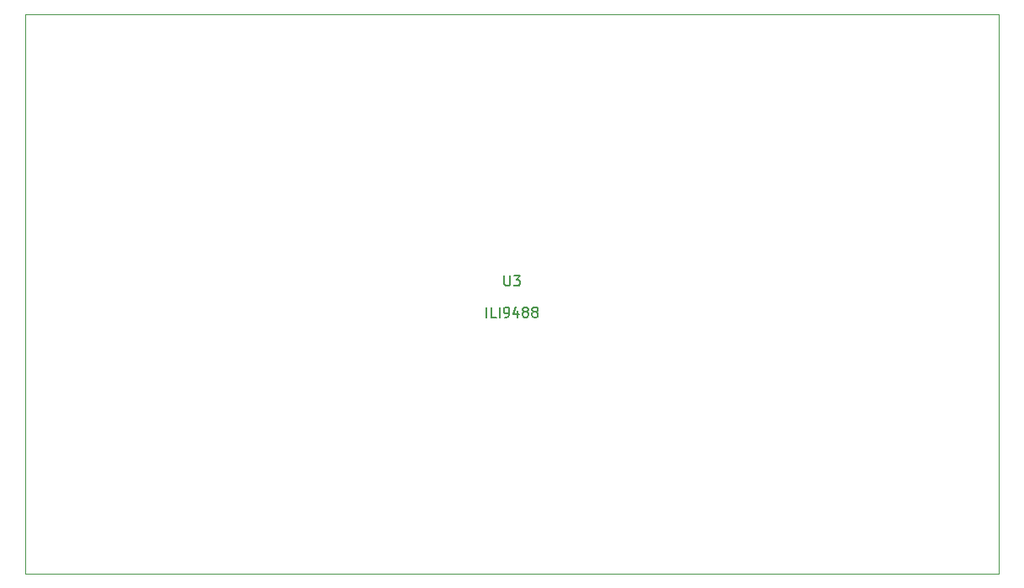
<source format=gbr>
%TF.GenerationSoftware,KiCad,Pcbnew,(5.1.12)-1*%
%TF.CreationDate,2022-08-08T15:47:42+09:00*%
%TF.ProjectId,LCD_module,4c43445f-6d6f-4647-956c-652e6b696361,rev?*%
%TF.SameCoordinates,Original*%
%TF.FileFunction,Legend,Top*%
%TF.FilePolarity,Positive*%
%FSLAX46Y46*%
G04 Gerber Fmt 4.6, Leading zero omitted, Abs format (unit mm)*
G04 Created by KiCad (PCBNEW (5.1.12)-1) date 2022-08-08 15:47:42*
%MOMM*%
%LPD*%
G01*
G04 APERTURE LIST*
%ADD10C,0.120000*%
%ADD11C,0.150000*%
G04 APERTURE END LIST*
D10*
%TO.C,U3*%
X102825001Y-115225001D02*
X102825001Y-87055001D01*
X151825001Y-115225001D02*
X102825001Y-115225001D01*
X200825001Y-87055001D02*
X200825001Y-58885001D01*
X151825001Y-58885001D02*
X200825001Y-58885001D01*
X200825001Y-87055001D02*
X200825001Y-115225001D01*
X102825001Y-87055001D02*
X102825001Y-58885001D01*
X151825001Y-58885001D02*
X102825001Y-58885001D01*
X151825001Y-115225001D02*
X200825001Y-115225001D01*
D11*
X151063096Y-85237381D02*
X151063096Y-86046905D01*
X151110715Y-86142143D01*
X151158334Y-86189762D01*
X151253572Y-86237381D01*
X151444048Y-86237381D01*
X151539286Y-86189762D01*
X151586905Y-86142143D01*
X151634524Y-86046905D01*
X151634524Y-85237381D01*
X152015477Y-85237381D02*
X152634524Y-85237381D01*
X152301191Y-85618334D01*
X152444048Y-85618334D01*
X152539286Y-85665953D01*
X152586905Y-85713572D01*
X152634524Y-85808810D01*
X152634524Y-86046905D01*
X152586905Y-86142143D01*
X152539286Y-86189762D01*
X152444048Y-86237381D01*
X152158334Y-86237381D01*
X152063096Y-86189762D01*
X152015477Y-86142143D01*
X149277381Y-89412381D02*
X149277381Y-88412381D01*
X150229762Y-89412381D02*
X149753572Y-89412381D01*
X149753572Y-88412381D01*
X150563096Y-89412381D02*
X150563096Y-88412381D01*
X151086905Y-89412381D02*
X151277381Y-89412381D01*
X151372620Y-89364762D01*
X151420239Y-89317143D01*
X151515477Y-89174286D01*
X151563096Y-88983810D01*
X151563096Y-88602858D01*
X151515477Y-88507620D01*
X151467858Y-88460001D01*
X151372620Y-88412381D01*
X151182143Y-88412381D01*
X151086905Y-88460001D01*
X151039286Y-88507620D01*
X150991667Y-88602858D01*
X150991667Y-88840953D01*
X151039286Y-88936191D01*
X151086905Y-88983810D01*
X151182143Y-89031429D01*
X151372620Y-89031429D01*
X151467858Y-88983810D01*
X151515477Y-88936191D01*
X151563096Y-88840953D01*
X152420239Y-88745715D02*
X152420239Y-89412381D01*
X152182143Y-88364762D02*
X151944048Y-89079048D01*
X152563096Y-89079048D01*
X153086905Y-88840953D02*
X152991667Y-88793334D01*
X152944048Y-88745715D01*
X152896429Y-88650477D01*
X152896429Y-88602858D01*
X152944048Y-88507620D01*
X152991667Y-88460001D01*
X153086905Y-88412381D01*
X153277381Y-88412381D01*
X153372620Y-88460001D01*
X153420239Y-88507620D01*
X153467858Y-88602858D01*
X153467858Y-88650477D01*
X153420239Y-88745715D01*
X153372620Y-88793334D01*
X153277381Y-88840953D01*
X153086905Y-88840953D01*
X152991667Y-88888572D01*
X152944048Y-88936191D01*
X152896429Y-89031429D01*
X152896429Y-89221905D01*
X152944048Y-89317143D01*
X152991667Y-89364762D01*
X153086905Y-89412381D01*
X153277381Y-89412381D01*
X153372620Y-89364762D01*
X153420239Y-89317143D01*
X153467858Y-89221905D01*
X153467858Y-89031429D01*
X153420239Y-88936191D01*
X153372620Y-88888572D01*
X153277381Y-88840953D01*
X154039286Y-88840953D02*
X153944048Y-88793334D01*
X153896429Y-88745715D01*
X153848810Y-88650477D01*
X153848810Y-88602858D01*
X153896429Y-88507620D01*
X153944048Y-88460001D01*
X154039286Y-88412381D01*
X154229762Y-88412381D01*
X154325001Y-88460001D01*
X154372620Y-88507620D01*
X154420239Y-88602858D01*
X154420239Y-88650477D01*
X154372620Y-88745715D01*
X154325001Y-88793334D01*
X154229762Y-88840953D01*
X154039286Y-88840953D01*
X153944048Y-88888572D01*
X153896429Y-88936191D01*
X153848810Y-89031429D01*
X153848810Y-89221905D01*
X153896429Y-89317143D01*
X153944048Y-89364762D01*
X154039286Y-89412381D01*
X154229762Y-89412381D01*
X154325001Y-89364762D01*
X154372620Y-89317143D01*
X154420239Y-89221905D01*
X154420239Y-89031429D01*
X154372620Y-88936191D01*
X154325001Y-88888572D01*
X154229762Y-88840953D01*
%TD*%
M02*

</source>
